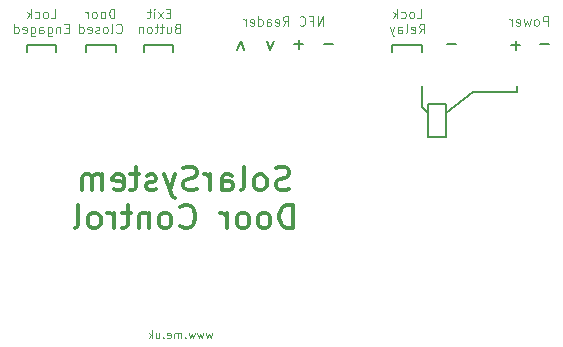
<source format=gbr>
%TF.GenerationSoftware,KiCad,Pcbnew,(6.0.5-0)*%
%TF.CreationDate,2022-08-07T09:40:22+01:00*%
%TF.ProjectId,Access,41636365-7373-42e6-9b69-6361645f7063,3*%
%TF.SameCoordinates,Original*%
%TF.FileFunction,Legend,Bot*%
%TF.FilePolarity,Positive*%
%FSLAX46Y46*%
G04 Gerber Fmt 4.6, Leading zero omitted, Abs format (unit mm)*
G04 Created by KiCad (PCBNEW (6.0.5-0)) date 2022-08-07 09:40:22*
%MOMM*%
%LPD*%
G01*
G04 APERTURE LIST*
%ADD10C,0.150000*%
%ADD11C,0.100000*%
%ADD12C,0.300000*%
G04 APERTURE END LIST*
D10*
X136450000Y-71100000D02*
X136450000Y-70500000D01*
X133950000Y-70500000D02*
X136450000Y-70500000D01*
X133950000Y-70500000D02*
X133950000Y-71100000D01*
X103000000Y-70500000D02*
X103000000Y-71100000D01*
X103000000Y-70500000D02*
X105500000Y-70500000D01*
X105500000Y-71100000D02*
X105500000Y-70500000D01*
X108050000Y-70500000D02*
X108050000Y-71100000D01*
X108050000Y-70500000D02*
X110550000Y-70500000D01*
X110550000Y-71100000D02*
X110550000Y-70500000D01*
X112900000Y-70500000D02*
X112900000Y-71100000D01*
X112900000Y-70500000D02*
X115400000Y-70500000D01*
X115400000Y-71100000D02*
X115400000Y-70500000D01*
X138500000Y-78250000D02*
X137000000Y-78250000D01*
X136500000Y-75750000D02*
X137000000Y-76250000D01*
X140750000Y-74500000D02*
X144500000Y-74500000D01*
X138500000Y-76250000D02*
X140750000Y-74500000D01*
X137000000Y-75500000D02*
X138500000Y-75500000D01*
X144500000Y-74500000D02*
X144500000Y-74000000D01*
X136500000Y-74000000D02*
X136500000Y-75750000D01*
X138500000Y-75500000D02*
X138500000Y-78250000D01*
X137000000Y-78250000D02*
X137000000Y-75500000D01*
X128169047Y-70428571D02*
X128930952Y-70428571D01*
X146469047Y-70428571D02*
X147230952Y-70428571D01*
X144421428Y-70119047D02*
X144421428Y-70880952D01*
X144802380Y-70500000D02*
X144040476Y-70500000D01*
X123335714Y-70119047D02*
X123621428Y-70880952D01*
X123907142Y-70119047D01*
X125669047Y-70428571D02*
X126430952Y-70428571D01*
X126050000Y-70047619D02*
X126050000Y-70809523D01*
X138569047Y-70428571D02*
X139330952Y-70428571D01*
X120835714Y-70880952D02*
X121121428Y-70119047D01*
X121407142Y-70880952D01*
D11*
X105030952Y-68217904D02*
X105411904Y-68217904D01*
X105411904Y-67417904D01*
X104650000Y-68217904D02*
X104726190Y-68179809D01*
X104764285Y-68141714D01*
X104802380Y-68065523D01*
X104802380Y-67836952D01*
X104764285Y-67760761D01*
X104726190Y-67722666D01*
X104650000Y-67684571D01*
X104535714Y-67684571D01*
X104459523Y-67722666D01*
X104421428Y-67760761D01*
X104383333Y-67836952D01*
X104383333Y-68065523D01*
X104421428Y-68141714D01*
X104459523Y-68179809D01*
X104535714Y-68217904D01*
X104650000Y-68217904D01*
X103697619Y-68179809D02*
X103773809Y-68217904D01*
X103926190Y-68217904D01*
X104002380Y-68179809D01*
X104040476Y-68141714D01*
X104078571Y-68065523D01*
X104078571Y-67836952D01*
X104040476Y-67760761D01*
X104002380Y-67722666D01*
X103926190Y-67684571D01*
X103773809Y-67684571D01*
X103697619Y-67722666D01*
X103354761Y-68217904D02*
X103354761Y-67417904D01*
X103278571Y-67913142D02*
X103050000Y-68217904D01*
X103050000Y-67684571D02*
X103354761Y-67989333D01*
X106573809Y-69086857D02*
X106307142Y-69086857D01*
X106192857Y-69505904D02*
X106573809Y-69505904D01*
X106573809Y-68705904D01*
X106192857Y-68705904D01*
X105850000Y-68972571D02*
X105850000Y-69505904D01*
X105850000Y-69048761D02*
X105811904Y-69010666D01*
X105735714Y-68972571D01*
X105621428Y-68972571D01*
X105545238Y-69010666D01*
X105507142Y-69086857D01*
X105507142Y-69505904D01*
X104783333Y-68972571D02*
X104783333Y-69620190D01*
X104821428Y-69696380D01*
X104859523Y-69734476D01*
X104935714Y-69772571D01*
X105050000Y-69772571D01*
X105126190Y-69734476D01*
X104783333Y-69467809D02*
X104859523Y-69505904D01*
X105011904Y-69505904D01*
X105088095Y-69467809D01*
X105126190Y-69429714D01*
X105164285Y-69353523D01*
X105164285Y-69124952D01*
X105126190Y-69048761D01*
X105088095Y-69010666D01*
X105011904Y-68972571D01*
X104859523Y-68972571D01*
X104783333Y-69010666D01*
X104059523Y-69505904D02*
X104059523Y-69086857D01*
X104097619Y-69010666D01*
X104173809Y-68972571D01*
X104326190Y-68972571D01*
X104402380Y-69010666D01*
X104059523Y-69467809D02*
X104135714Y-69505904D01*
X104326190Y-69505904D01*
X104402380Y-69467809D01*
X104440476Y-69391619D01*
X104440476Y-69315428D01*
X104402380Y-69239238D01*
X104326190Y-69201142D01*
X104135714Y-69201142D01*
X104059523Y-69163047D01*
X103335714Y-68972571D02*
X103335714Y-69620190D01*
X103373809Y-69696380D01*
X103411904Y-69734476D01*
X103488095Y-69772571D01*
X103602380Y-69772571D01*
X103678571Y-69734476D01*
X103335714Y-69467809D02*
X103411904Y-69505904D01*
X103564285Y-69505904D01*
X103640476Y-69467809D01*
X103678571Y-69429714D01*
X103716666Y-69353523D01*
X103716666Y-69124952D01*
X103678571Y-69048761D01*
X103640476Y-69010666D01*
X103564285Y-68972571D01*
X103411904Y-68972571D01*
X103335714Y-69010666D01*
X102650000Y-69467809D02*
X102726190Y-69505904D01*
X102878571Y-69505904D01*
X102954761Y-69467809D01*
X102992857Y-69391619D01*
X102992857Y-69086857D01*
X102954761Y-69010666D01*
X102878571Y-68972571D01*
X102726190Y-68972571D01*
X102650000Y-69010666D01*
X102611904Y-69086857D01*
X102611904Y-69163047D01*
X102992857Y-69239238D01*
X101926190Y-69505904D02*
X101926190Y-68705904D01*
X101926190Y-69467809D02*
X102002380Y-69505904D01*
X102154761Y-69505904D01*
X102230952Y-69467809D01*
X102269047Y-69429714D01*
X102307142Y-69353523D01*
X102307142Y-69124952D01*
X102269047Y-69048761D01*
X102230952Y-69010666D01*
X102154761Y-68972571D01*
X102002380Y-68972571D01*
X101926190Y-69010666D01*
X128083333Y-68861904D02*
X128083333Y-68061904D01*
X127626190Y-68861904D01*
X127626190Y-68061904D01*
X126978571Y-68442857D02*
X127245238Y-68442857D01*
X127245238Y-68861904D02*
X127245238Y-68061904D01*
X126864285Y-68061904D01*
X126102380Y-68785714D02*
X126140476Y-68823809D01*
X126254761Y-68861904D01*
X126330952Y-68861904D01*
X126445238Y-68823809D01*
X126521428Y-68747619D01*
X126559523Y-68671428D01*
X126597619Y-68519047D01*
X126597619Y-68404761D01*
X126559523Y-68252380D01*
X126521428Y-68176190D01*
X126445238Y-68100000D01*
X126330952Y-68061904D01*
X126254761Y-68061904D01*
X126140476Y-68100000D01*
X126102380Y-68138095D01*
X124692857Y-68861904D02*
X124959523Y-68480952D01*
X125150000Y-68861904D02*
X125150000Y-68061904D01*
X124845238Y-68061904D01*
X124769047Y-68100000D01*
X124730952Y-68138095D01*
X124692857Y-68214285D01*
X124692857Y-68328571D01*
X124730952Y-68404761D01*
X124769047Y-68442857D01*
X124845238Y-68480952D01*
X125150000Y-68480952D01*
X124045238Y-68823809D02*
X124121428Y-68861904D01*
X124273809Y-68861904D01*
X124350000Y-68823809D01*
X124388095Y-68747619D01*
X124388095Y-68442857D01*
X124350000Y-68366666D01*
X124273809Y-68328571D01*
X124121428Y-68328571D01*
X124045238Y-68366666D01*
X124007142Y-68442857D01*
X124007142Y-68519047D01*
X124388095Y-68595238D01*
X123321428Y-68861904D02*
X123321428Y-68442857D01*
X123359523Y-68366666D01*
X123435714Y-68328571D01*
X123588095Y-68328571D01*
X123664285Y-68366666D01*
X123321428Y-68823809D02*
X123397619Y-68861904D01*
X123588095Y-68861904D01*
X123664285Y-68823809D01*
X123702380Y-68747619D01*
X123702380Y-68671428D01*
X123664285Y-68595238D01*
X123588095Y-68557142D01*
X123397619Y-68557142D01*
X123321428Y-68519047D01*
X122597619Y-68861904D02*
X122597619Y-68061904D01*
X122597619Y-68823809D02*
X122673809Y-68861904D01*
X122826190Y-68861904D01*
X122902380Y-68823809D01*
X122940476Y-68785714D01*
X122978571Y-68709523D01*
X122978571Y-68480952D01*
X122940476Y-68404761D01*
X122902380Y-68366666D01*
X122826190Y-68328571D01*
X122673809Y-68328571D01*
X122597619Y-68366666D01*
X121911904Y-68823809D02*
X121988095Y-68861904D01*
X122140476Y-68861904D01*
X122216666Y-68823809D01*
X122254761Y-68747619D01*
X122254761Y-68442857D01*
X122216666Y-68366666D01*
X122140476Y-68328571D01*
X121988095Y-68328571D01*
X121911904Y-68366666D01*
X121873809Y-68442857D01*
X121873809Y-68519047D01*
X122254761Y-68595238D01*
X121530952Y-68861904D02*
X121530952Y-68328571D01*
X121530952Y-68480952D02*
X121492857Y-68404761D01*
X121454761Y-68366666D01*
X121378571Y-68328571D01*
X121302380Y-68328571D01*
X136030952Y-68217904D02*
X136411904Y-68217904D01*
X136411904Y-67417904D01*
X135650000Y-68217904D02*
X135726190Y-68179809D01*
X135764285Y-68141714D01*
X135802380Y-68065523D01*
X135802380Y-67836952D01*
X135764285Y-67760761D01*
X135726190Y-67722666D01*
X135650000Y-67684571D01*
X135535714Y-67684571D01*
X135459523Y-67722666D01*
X135421428Y-67760761D01*
X135383333Y-67836952D01*
X135383333Y-68065523D01*
X135421428Y-68141714D01*
X135459523Y-68179809D01*
X135535714Y-68217904D01*
X135650000Y-68217904D01*
X134697619Y-68179809D02*
X134773809Y-68217904D01*
X134926190Y-68217904D01*
X135002380Y-68179809D01*
X135040476Y-68141714D01*
X135078571Y-68065523D01*
X135078571Y-67836952D01*
X135040476Y-67760761D01*
X135002380Y-67722666D01*
X134926190Y-67684571D01*
X134773809Y-67684571D01*
X134697619Y-67722666D01*
X134354761Y-68217904D02*
X134354761Y-67417904D01*
X134278571Y-67913142D02*
X134050000Y-68217904D01*
X134050000Y-67684571D02*
X134354761Y-67989333D01*
X136221428Y-69505904D02*
X136488095Y-69124952D01*
X136678571Y-69505904D02*
X136678571Y-68705904D01*
X136373809Y-68705904D01*
X136297619Y-68744000D01*
X136259523Y-68782095D01*
X136221428Y-68858285D01*
X136221428Y-68972571D01*
X136259523Y-69048761D01*
X136297619Y-69086857D01*
X136373809Y-69124952D01*
X136678571Y-69124952D01*
X135573809Y-69467809D02*
X135650000Y-69505904D01*
X135802380Y-69505904D01*
X135878571Y-69467809D01*
X135916666Y-69391619D01*
X135916666Y-69086857D01*
X135878571Y-69010666D01*
X135802380Y-68972571D01*
X135650000Y-68972571D01*
X135573809Y-69010666D01*
X135535714Y-69086857D01*
X135535714Y-69163047D01*
X135916666Y-69239238D01*
X135078571Y-69505904D02*
X135154761Y-69467809D01*
X135192857Y-69391619D01*
X135192857Y-68705904D01*
X134430952Y-69505904D02*
X134430952Y-69086857D01*
X134469047Y-69010666D01*
X134545238Y-68972571D01*
X134697619Y-68972571D01*
X134773809Y-69010666D01*
X134430952Y-69467809D02*
X134507142Y-69505904D01*
X134697619Y-69505904D01*
X134773809Y-69467809D01*
X134811904Y-69391619D01*
X134811904Y-69315428D01*
X134773809Y-69239238D01*
X134697619Y-69201142D01*
X134507142Y-69201142D01*
X134430952Y-69163047D01*
X134126190Y-68972571D02*
X133935714Y-69505904D01*
X133745238Y-68972571D02*
X133935714Y-69505904D01*
X134011904Y-69696380D01*
X134050000Y-69734476D01*
X134126190Y-69772571D01*
X110430952Y-68217904D02*
X110430952Y-67417904D01*
X110240476Y-67417904D01*
X110126190Y-67456000D01*
X110050000Y-67532190D01*
X110011904Y-67608380D01*
X109973809Y-67760761D01*
X109973809Y-67875047D01*
X110011904Y-68027428D01*
X110050000Y-68103619D01*
X110126190Y-68179809D01*
X110240476Y-68217904D01*
X110430952Y-68217904D01*
X109516666Y-68217904D02*
X109592857Y-68179809D01*
X109630952Y-68141714D01*
X109669047Y-68065523D01*
X109669047Y-67836952D01*
X109630952Y-67760761D01*
X109592857Y-67722666D01*
X109516666Y-67684571D01*
X109402380Y-67684571D01*
X109326190Y-67722666D01*
X109288095Y-67760761D01*
X109250000Y-67836952D01*
X109250000Y-68065523D01*
X109288095Y-68141714D01*
X109326190Y-68179809D01*
X109402380Y-68217904D01*
X109516666Y-68217904D01*
X108792857Y-68217904D02*
X108869047Y-68179809D01*
X108907142Y-68141714D01*
X108945238Y-68065523D01*
X108945238Y-67836952D01*
X108907142Y-67760761D01*
X108869047Y-67722666D01*
X108792857Y-67684571D01*
X108678571Y-67684571D01*
X108602380Y-67722666D01*
X108564285Y-67760761D01*
X108526190Y-67836952D01*
X108526190Y-68065523D01*
X108564285Y-68141714D01*
X108602380Y-68179809D01*
X108678571Y-68217904D01*
X108792857Y-68217904D01*
X108183333Y-68217904D02*
X108183333Y-67684571D01*
X108183333Y-67836952D02*
X108145238Y-67760761D01*
X108107142Y-67722666D01*
X108030952Y-67684571D01*
X107954761Y-67684571D01*
X110602380Y-69429714D02*
X110640476Y-69467809D01*
X110754761Y-69505904D01*
X110830952Y-69505904D01*
X110945238Y-69467809D01*
X111021428Y-69391619D01*
X111059523Y-69315428D01*
X111097619Y-69163047D01*
X111097619Y-69048761D01*
X111059523Y-68896380D01*
X111021428Y-68820190D01*
X110945238Y-68744000D01*
X110830952Y-68705904D01*
X110754761Y-68705904D01*
X110640476Y-68744000D01*
X110602380Y-68782095D01*
X110145238Y-69505904D02*
X110221428Y-69467809D01*
X110259523Y-69391619D01*
X110259523Y-68705904D01*
X109726190Y-69505904D02*
X109802380Y-69467809D01*
X109840476Y-69429714D01*
X109878571Y-69353523D01*
X109878571Y-69124952D01*
X109840476Y-69048761D01*
X109802380Y-69010666D01*
X109726190Y-68972571D01*
X109611904Y-68972571D01*
X109535714Y-69010666D01*
X109497619Y-69048761D01*
X109459523Y-69124952D01*
X109459523Y-69353523D01*
X109497619Y-69429714D01*
X109535714Y-69467809D01*
X109611904Y-69505904D01*
X109726190Y-69505904D01*
X109154761Y-69467809D02*
X109078571Y-69505904D01*
X108926190Y-69505904D01*
X108850000Y-69467809D01*
X108811904Y-69391619D01*
X108811904Y-69353523D01*
X108850000Y-69277333D01*
X108926190Y-69239238D01*
X109040476Y-69239238D01*
X109116666Y-69201142D01*
X109154761Y-69124952D01*
X109154761Y-69086857D01*
X109116666Y-69010666D01*
X109040476Y-68972571D01*
X108926190Y-68972571D01*
X108850000Y-69010666D01*
X108164285Y-69467809D02*
X108240476Y-69505904D01*
X108392857Y-69505904D01*
X108469047Y-69467809D01*
X108507142Y-69391619D01*
X108507142Y-69086857D01*
X108469047Y-69010666D01*
X108392857Y-68972571D01*
X108240476Y-68972571D01*
X108164285Y-69010666D01*
X108126190Y-69086857D01*
X108126190Y-69163047D01*
X108507142Y-69239238D01*
X107440476Y-69505904D02*
X107440476Y-68705904D01*
X107440476Y-69467809D02*
X107516666Y-69505904D01*
X107669047Y-69505904D01*
X107745238Y-69467809D01*
X107783333Y-69429714D01*
X107821428Y-69353523D01*
X107821428Y-69124952D01*
X107783333Y-69048761D01*
X107745238Y-69010666D01*
X107669047Y-68972571D01*
X107516666Y-68972571D01*
X107440476Y-69010666D01*
X115164285Y-67798857D02*
X114897619Y-67798857D01*
X114783333Y-68217904D02*
X115164285Y-68217904D01*
X115164285Y-67417904D01*
X114783333Y-67417904D01*
X114516666Y-68217904D02*
X114097619Y-67684571D01*
X114516666Y-67684571D02*
X114097619Y-68217904D01*
X113792857Y-68217904D02*
X113792857Y-67684571D01*
X113792857Y-67417904D02*
X113830952Y-67456000D01*
X113792857Y-67494095D01*
X113754761Y-67456000D01*
X113792857Y-67417904D01*
X113792857Y-67494095D01*
X113526190Y-67684571D02*
X113221428Y-67684571D01*
X113411904Y-67417904D02*
X113411904Y-68103619D01*
X113373809Y-68179809D01*
X113297619Y-68217904D01*
X113221428Y-68217904D01*
X115735714Y-69086857D02*
X115621428Y-69124952D01*
X115583333Y-69163047D01*
X115545238Y-69239238D01*
X115545238Y-69353523D01*
X115583333Y-69429714D01*
X115621428Y-69467809D01*
X115697619Y-69505904D01*
X116002380Y-69505904D01*
X116002380Y-68705904D01*
X115735714Y-68705904D01*
X115659523Y-68744000D01*
X115621428Y-68782095D01*
X115583333Y-68858285D01*
X115583333Y-68934476D01*
X115621428Y-69010666D01*
X115659523Y-69048761D01*
X115735714Y-69086857D01*
X116002380Y-69086857D01*
X114859523Y-68972571D02*
X114859523Y-69505904D01*
X115202380Y-68972571D02*
X115202380Y-69391619D01*
X115164285Y-69467809D01*
X115088095Y-69505904D01*
X114973809Y-69505904D01*
X114897619Y-69467809D01*
X114859523Y-69429714D01*
X114592857Y-68972571D02*
X114288095Y-68972571D01*
X114478571Y-68705904D02*
X114478571Y-69391619D01*
X114440476Y-69467809D01*
X114364285Y-69505904D01*
X114288095Y-69505904D01*
X114135714Y-68972571D02*
X113830952Y-68972571D01*
X114021428Y-68705904D02*
X114021428Y-69391619D01*
X113983333Y-69467809D01*
X113907142Y-69505904D01*
X113830952Y-69505904D01*
X113450000Y-69505904D02*
X113526190Y-69467809D01*
X113564285Y-69429714D01*
X113602380Y-69353523D01*
X113602380Y-69124952D01*
X113564285Y-69048761D01*
X113526190Y-69010666D01*
X113450000Y-68972571D01*
X113335714Y-68972571D01*
X113259523Y-69010666D01*
X113221428Y-69048761D01*
X113183333Y-69124952D01*
X113183333Y-69353523D01*
X113221428Y-69429714D01*
X113259523Y-69467809D01*
X113335714Y-69505904D01*
X113450000Y-69505904D01*
X112840476Y-68972571D02*
X112840476Y-69505904D01*
X112840476Y-69048761D02*
X112802380Y-69010666D01*
X112726190Y-68972571D01*
X112611904Y-68972571D01*
X112535714Y-69010666D01*
X112497619Y-69086857D01*
X112497619Y-69505904D01*
X147130952Y-68861904D02*
X147130952Y-68061904D01*
X146826190Y-68061904D01*
X146750000Y-68100000D01*
X146711904Y-68138095D01*
X146673809Y-68214285D01*
X146673809Y-68328571D01*
X146711904Y-68404761D01*
X146750000Y-68442857D01*
X146826190Y-68480952D01*
X147130952Y-68480952D01*
X146216666Y-68861904D02*
X146292857Y-68823809D01*
X146330952Y-68785714D01*
X146369047Y-68709523D01*
X146369047Y-68480952D01*
X146330952Y-68404761D01*
X146292857Y-68366666D01*
X146216666Y-68328571D01*
X146102380Y-68328571D01*
X146026190Y-68366666D01*
X145988095Y-68404761D01*
X145950000Y-68480952D01*
X145950000Y-68709523D01*
X145988095Y-68785714D01*
X146026190Y-68823809D01*
X146102380Y-68861904D01*
X146216666Y-68861904D01*
X145683333Y-68328571D02*
X145530952Y-68861904D01*
X145378571Y-68480952D01*
X145226190Y-68861904D01*
X145073809Y-68328571D01*
X144464285Y-68823809D02*
X144540476Y-68861904D01*
X144692857Y-68861904D01*
X144769047Y-68823809D01*
X144807142Y-68747619D01*
X144807142Y-68442857D01*
X144769047Y-68366666D01*
X144692857Y-68328571D01*
X144540476Y-68328571D01*
X144464285Y-68366666D01*
X144426190Y-68442857D01*
X144426190Y-68519047D01*
X144807142Y-68595238D01*
X144083333Y-68861904D02*
X144083333Y-68328571D01*
X144083333Y-68480952D02*
X144045238Y-68404761D01*
X144007142Y-68366666D01*
X143930952Y-68328571D01*
X143854761Y-68328571D01*
D12*
X125209523Y-82699523D02*
X124923809Y-82794761D01*
X124447619Y-82794761D01*
X124257142Y-82699523D01*
X124161904Y-82604285D01*
X124066666Y-82413809D01*
X124066666Y-82223333D01*
X124161904Y-82032857D01*
X124257142Y-81937619D01*
X124447619Y-81842380D01*
X124828571Y-81747142D01*
X125019047Y-81651904D01*
X125114285Y-81556666D01*
X125209523Y-81366190D01*
X125209523Y-81175714D01*
X125114285Y-80985238D01*
X125019047Y-80890000D01*
X124828571Y-80794761D01*
X124352380Y-80794761D01*
X124066666Y-80890000D01*
X122923809Y-82794761D02*
X123114285Y-82699523D01*
X123209523Y-82604285D01*
X123304761Y-82413809D01*
X123304761Y-81842380D01*
X123209523Y-81651904D01*
X123114285Y-81556666D01*
X122923809Y-81461428D01*
X122638095Y-81461428D01*
X122447619Y-81556666D01*
X122352380Y-81651904D01*
X122257142Y-81842380D01*
X122257142Y-82413809D01*
X122352380Y-82604285D01*
X122447619Y-82699523D01*
X122638095Y-82794761D01*
X122923809Y-82794761D01*
X121114285Y-82794761D02*
X121304761Y-82699523D01*
X121400000Y-82509047D01*
X121400000Y-80794761D01*
X119495238Y-82794761D02*
X119495238Y-81747142D01*
X119590476Y-81556666D01*
X119780952Y-81461428D01*
X120161904Y-81461428D01*
X120352380Y-81556666D01*
X119495238Y-82699523D02*
X119685714Y-82794761D01*
X120161904Y-82794761D01*
X120352380Y-82699523D01*
X120447619Y-82509047D01*
X120447619Y-82318571D01*
X120352380Y-82128095D01*
X120161904Y-82032857D01*
X119685714Y-82032857D01*
X119495238Y-81937619D01*
X118542857Y-82794761D02*
X118542857Y-81461428D01*
X118542857Y-81842380D02*
X118447619Y-81651904D01*
X118352380Y-81556666D01*
X118161904Y-81461428D01*
X117971428Y-81461428D01*
X117400000Y-82699523D02*
X117114285Y-82794761D01*
X116638095Y-82794761D01*
X116447619Y-82699523D01*
X116352380Y-82604285D01*
X116257142Y-82413809D01*
X116257142Y-82223333D01*
X116352380Y-82032857D01*
X116447619Y-81937619D01*
X116638095Y-81842380D01*
X117019047Y-81747142D01*
X117209523Y-81651904D01*
X117304761Y-81556666D01*
X117400000Y-81366190D01*
X117400000Y-81175714D01*
X117304761Y-80985238D01*
X117209523Y-80890000D01*
X117019047Y-80794761D01*
X116542857Y-80794761D01*
X116257142Y-80890000D01*
X115590476Y-81461428D02*
X115114285Y-82794761D01*
X114638095Y-81461428D02*
X115114285Y-82794761D01*
X115304761Y-83270952D01*
X115400000Y-83366190D01*
X115590476Y-83461428D01*
X113971428Y-82699523D02*
X113780952Y-82794761D01*
X113400000Y-82794761D01*
X113209523Y-82699523D01*
X113114285Y-82509047D01*
X113114285Y-82413809D01*
X113209523Y-82223333D01*
X113400000Y-82128095D01*
X113685714Y-82128095D01*
X113876190Y-82032857D01*
X113971428Y-81842380D01*
X113971428Y-81747142D01*
X113876190Y-81556666D01*
X113685714Y-81461428D01*
X113400000Y-81461428D01*
X113209523Y-81556666D01*
X112542857Y-81461428D02*
X111780952Y-81461428D01*
X112257142Y-80794761D02*
X112257142Y-82509047D01*
X112161904Y-82699523D01*
X111971428Y-82794761D01*
X111780952Y-82794761D01*
X110352380Y-82699523D02*
X110542857Y-82794761D01*
X110923809Y-82794761D01*
X111114285Y-82699523D01*
X111209523Y-82509047D01*
X111209523Y-81747142D01*
X111114285Y-81556666D01*
X110923809Y-81461428D01*
X110542857Y-81461428D01*
X110352380Y-81556666D01*
X110257142Y-81747142D01*
X110257142Y-81937619D01*
X111209523Y-82128095D01*
X109400000Y-82794761D02*
X109400000Y-81461428D01*
X109400000Y-81651904D02*
X109304761Y-81556666D01*
X109114285Y-81461428D01*
X108828571Y-81461428D01*
X108638095Y-81556666D01*
X108542857Y-81747142D01*
X108542857Y-82794761D01*
X108542857Y-81747142D02*
X108447619Y-81556666D01*
X108257142Y-81461428D01*
X107971428Y-81461428D01*
X107780952Y-81556666D01*
X107685714Y-81747142D01*
X107685714Y-82794761D01*
X125542857Y-86014761D02*
X125542857Y-84014761D01*
X125066666Y-84014761D01*
X124780952Y-84110000D01*
X124590476Y-84300476D01*
X124495238Y-84490952D01*
X124400000Y-84871904D01*
X124400000Y-85157619D01*
X124495238Y-85538571D01*
X124590476Y-85729047D01*
X124780952Y-85919523D01*
X125066666Y-86014761D01*
X125542857Y-86014761D01*
X123257142Y-86014761D02*
X123447619Y-85919523D01*
X123542857Y-85824285D01*
X123638095Y-85633809D01*
X123638095Y-85062380D01*
X123542857Y-84871904D01*
X123447619Y-84776666D01*
X123257142Y-84681428D01*
X122971428Y-84681428D01*
X122780952Y-84776666D01*
X122685714Y-84871904D01*
X122590476Y-85062380D01*
X122590476Y-85633809D01*
X122685714Y-85824285D01*
X122780952Y-85919523D01*
X122971428Y-86014761D01*
X123257142Y-86014761D01*
X121447619Y-86014761D02*
X121638095Y-85919523D01*
X121733333Y-85824285D01*
X121828571Y-85633809D01*
X121828571Y-85062380D01*
X121733333Y-84871904D01*
X121638095Y-84776666D01*
X121447619Y-84681428D01*
X121161904Y-84681428D01*
X120971428Y-84776666D01*
X120876190Y-84871904D01*
X120780952Y-85062380D01*
X120780952Y-85633809D01*
X120876190Y-85824285D01*
X120971428Y-85919523D01*
X121161904Y-86014761D01*
X121447619Y-86014761D01*
X119923809Y-86014761D02*
X119923809Y-84681428D01*
X119923809Y-85062380D02*
X119828571Y-84871904D01*
X119733333Y-84776666D01*
X119542857Y-84681428D01*
X119352380Y-84681428D01*
X116019047Y-85824285D02*
X116114285Y-85919523D01*
X116400000Y-86014761D01*
X116590476Y-86014761D01*
X116876190Y-85919523D01*
X117066666Y-85729047D01*
X117161904Y-85538571D01*
X117257142Y-85157619D01*
X117257142Y-84871904D01*
X117161904Y-84490952D01*
X117066666Y-84300476D01*
X116876190Y-84110000D01*
X116590476Y-84014761D01*
X116400000Y-84014761D01*
X116114285Y-84110000D01*
X116019047Y-84205238D01*
X114876190Y-86014761D02*
X115066666Y-85919523D01*
X115161904Y-85824285D01*
X115257142Y-85633809D01*
X115257142Y-85062380D01*
X115161904Y-84871904D01*
X115066666Y-84776666D01*
X114876190Y-84681428D01*
X114590476Y-84681428D01*
X114400000Y-84776666D01*
X114304761Y-84871904D01*
X114209523Y-85062380D01*
X114209523Y-85633809D01*
X114304761Y-85824285D01*
X114400000Y-85919523D01*
X114590476Y-86014761D01*
X114876190Y-86014761D01*
X113352380Y-84681428D02*
X113352380Y-86014761D01*
X113352380Y-84871904D02*
X113257142Y-84776666D01*
X113066666Y-84681428D01*
X112780952Y-84681428D01*
X112590476Y-84776666D01*
X112495238Y-84967142D01*
X112495238Y-86014761D01*
X111828571Y-84681428D02*
X111066666Y-84681428D01*
X111542857Y-84014761D02*
X111542857Y-85729047D01*
X111447619Y-85919523D01*
X111257142Y-86014761D01*
X111066666Y-86014761D01*
X110400000Y-86014761D02*
X110400000Y-84681428D01*
X110400000Y-85062380D02*
X110304761Y-84871904D01*
X110209523Y-84776666D01*
X110019047Y-84681428D01*
X109828571Y-84681428D01*
X108876190Y-86014761D02*
X109066666Y-85919523D01*
X109161904Y-85824285D01*
X109257142Y-85633809D01*
X109257142Y-85062380D01*
X109161904Y-84871904D01*
X109066666Y-84776666D01*
X108876190Y-84681428D01*
X108590476Y-84681428D01*
X108400000Y-84776666D01*
X108304761Y-84871904D01*
X108209523Y-85062380D01*
X108209523Y-85633809D01*
X108304761Y-85824285D01*
X108400000Y-85919523D01*
X108590476Y-86014761D01*
X108876190Y-86014761D01*
X107066666Y-86014761D02*
X107257142Y-85919523D01*
X107352380Y-85729047D01*
X107352380Y-84014761D01*
D11*
X118700000Y-94850000D02*
X118566666Y-95316666D01*
X118433333Y-94983333D01*
X118300000Y-95316666D01*
X118166666Y-94850000D01*
X117966666Y-94850000D02*
X117833333Y-95316666D01*
X117700000Y-94983333D01*
X117566666Y-95316666D01*
X117433333Y-94850000D01*
X117233333Y-94850000D02*
X117100000Y-95316666D01*
X116966666Y-94983333D01*
X116833333Y-95316666D01*
X116700000Y-94850000D01*
X116433333Y-95250000D02*
X116400000Y-95283333D01*
X116433333Y-95316666D01*
X116466666Y-95283333D01*
X116433333Y-95250000D01*
X116433333Y-95316666D01*
X116100000Y-95316666D02*
X116100000Y-94850000D01*
X116100000Y-94916666D02*
X116066666Y-94883333D01*
X116000000Y-94850000D01*
X115900000Y-94850000D01*
X115833333Y-94883333D01*
X115800000Y-94950000D01*
X115800000Y-95316666D01*
X115800000Y-94950000D02*
X115766666Y-94883333D01*
X115700000Y-94850000D01*
X115600000Y-94850000D01*
X115533333Y-94883333D01*
X115500000Y-94950000D01*
X115500000Y-95316666D01*
X114900000Y-95283333D02*
X114966666Y-95316666D01*
X115100000Y-95316666D01*
X115166666Y-95283333D01*
X115200000Y-95216666D01*
X115200000Y-94950000D01*
X115166666Y-94883333D01*
X115100000Y-94850000D01*
X114966666Y-94850000D01*
X114900000Y-94883333D01*
X114866666Y-94950000D01*
X114866666Y-95016666D01*
X115200000Y-95083333D01*
X114566666Y-95250000D02*
X114533333Y-95283333D01*
X114566666Y-95316666D01*
X114600000Y-95283333D01*
X114566666Y-95250000D01*
X114566666Y-95316666D01*
X113933333Y-94850000D02*
X113933333Y-95316666D01*
X114233333Y-94850000D02*
X114233333Y-95216666D01*
X114200000Y-95283333D01*
X114133333Y-95316666D01*
X114033333Y-95316666D01*
X113966666Y-95283333D01*
X113933333Y-95250000D01*
X113600000Y-95316666D02*
X113600000Y-94616666D01*
X113533333Y-95050000D02*
X113333333Y-95316666D01*
X113333333Y-94850000D02*
X113600000Y-95116666D01*
M02*

</source>
